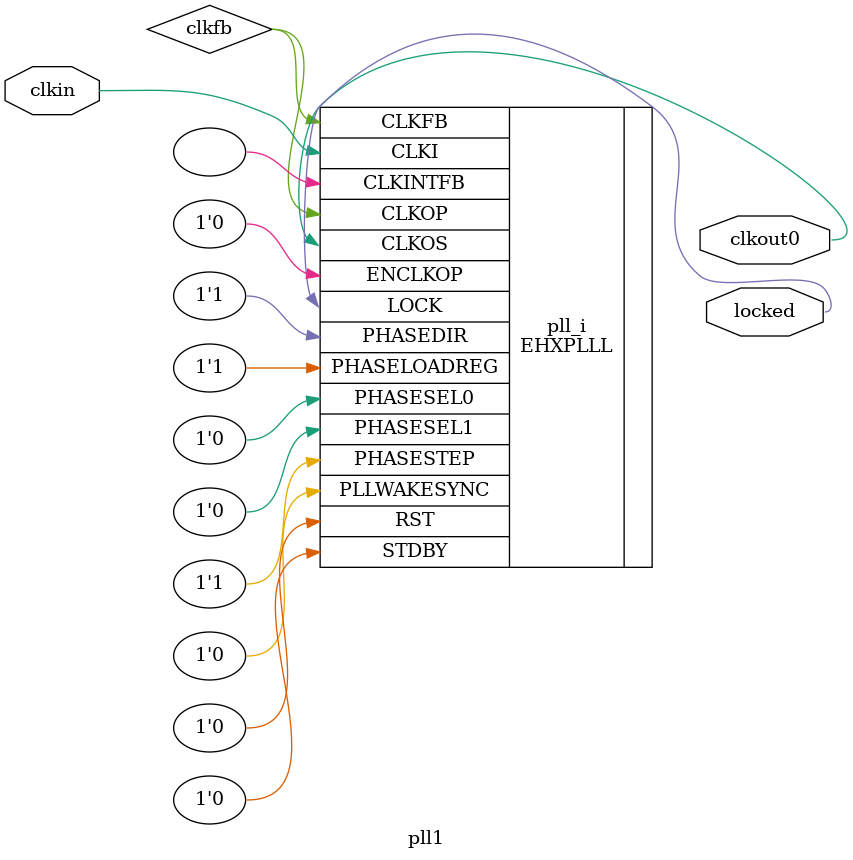
<source format=v>
module pll1
(
    input clkin, // 48 MHz, 0 deg
    output clkout0, // 125 MHz, 0 deg
    output locked
);
wire clkfb;
(* FREQUENCY_PIN_CLKI="48" *)
(* FREQUENCY_PIN_CLKOS="125" *)
(* ICP_CURRENT="12" *) (* LPF_RESISTOR="8" *) (* MFG_ENABLE_FILTEROPAMP="1" *) (* MFG_GMCREF_SEL="2" *)
EHXPLLL #(
        .PLLRST_ENA("DISABLED"),
        .INTFB_WAKE("DISABLED"),
        .STDBY_ENABLE("DISABLED"),
        .DPHASE_SOURCE("DISABLED"),
        .OUTDIVIDER_MUXA("DIVA"),
        .OUTDIVIDER_MUXB("DIVB"),
        .OUTDIVIDER_MUXC("DIVC"),
        .OUTDIVIDER_MUXD("DIVD"),
        .CLKI_DIV(12),
        .CLKOP_ENABLE("ENABLED"),
        .CLKOP_DIV(25),
        .CLKOP_CPHASE(9),
        .CLKOP_FPHASE(0),
        .CLKOS_ENABLE("ENABLED"),
        .CLKOS_DIV(4),
        .CLKOS_CPHASE(0),
        .CLKOS_FPHASE(0),
        .FEEDBK_PATH("CLKOP"),
        .CLKFB_DIV(5)
    ) pll_i (
        .RST(1'b0),
        .STDBY(1'b0),
        .CLKI(clkin),
        .CLKOP(clkfb),
        .CLKOS(clkout0),
        .CLKFB(clkfb),
        .CLKINTFB(),
        .PHASESEL0(1'b0),
        .PHASESEL1(1'b0),
        .PHASEDIR(1'b1),
        .PHASESTEP(1'b1),
        .PHASELOADREG(1'b1),
        .PLLWAKESYNC(1'b0),
        .ENCLKOP(1'b0),
        .LOCK(locked)
	);
endmodule

</source>
